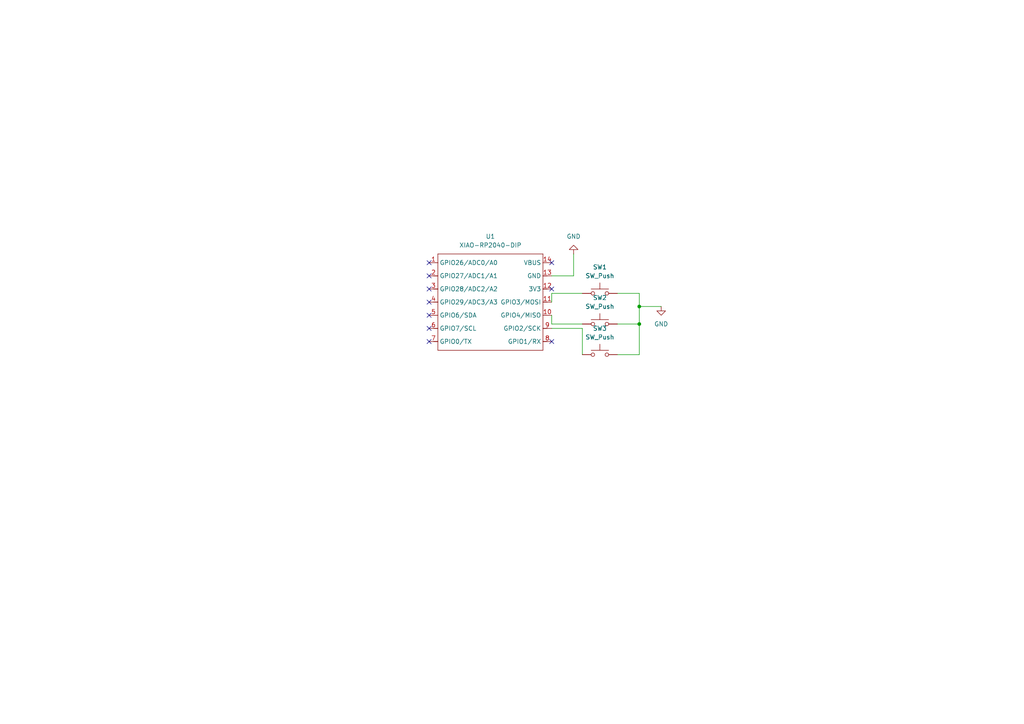
<source format=kicad_sch>
(kicad_sch (version 20231120) (generator "eeschema") (generator_version "8.0")
  (paper "A4")
  (lib_symbols
    (symbol "Seeed_Studio_XIAO_Series:XIAO-RP2040-DIP"
      (property "Reference" "U" (at 0 0 0))
      (property "Value" "XIAO-RP2040-DIP" (at 5.334 -1.778 0))
      (symbol "XIAO-RP2040-DIP_1_0"
        (polyline (pts (xy -1.27 -30.48) (xy -1.27 -16.51)) (stroke (width 0.1524)))
        (polyline (pts (xy -1.27 -27.94) (xy -2.54 -27.94)) (stroke (width 0.1524)))
        (polyline (pts (xy -1.27 -24.13) (xy -2.54 -24.13)) (stroke (width 0.1524)))
        (polyline (pts (xy -1.27 -20.32) (xy -2.54 -20.32)) (stroke (width 0.1524)))
        (polyline (pts (xy -1.27 -16.51) (xy -2.54 -16.51)) (stroke (width 0.1524)))
        (polyline (pts (xy -1.27 -16.51) (xy -1.27 -12.7)) (stroke (width 0.1524)))
        (polyline (pts (xy -1.27 -12.7) (xy -2.54 -12.7)) (stroke (width 0.1524)))
        (polyline (pts (xy -1.27 -12.7) (xy -1.27 -8.89)) (stroke (width 0.1524)))
        (polyline (pts (xy -1.27 -8.89) (xy -2.54 -8.89)) (stroke (width 0.1524)))
        (polyline (pts (xy -1.27 -8.89) (xy -1.27 -5.08)) (stroke (width 0.1524)))
        (polyline (pts (xy -1.27 -5.08) (xy -2.54 -5.08)) (stroke (width 0.1524)))
        (polyline (pts (xy -1.27 -5.08) (xy -1.27 -2.54)) (stroke (width 0.1524)))
        (polyline (pts (xy -1.27 -2.54) (xy 29.21 -2.54)) (stroke (width 0.1524)))
        (polyline (pts (xy 29.21 -30.48) (xy -1.27 -30.48)) (stroke (width 0.1524)))
        (polyline (pts (xy 29.21 -12.7) (xy 29.21 -30.48)) (stroke (width 0.1524)))
        (polyline (pts (xy 29.21 -8.89) (xy 29.21 -12.7)) (stroke (width 0.1524)))
        (polyline (pts (xy 29.21 -5.08) (xy 29.21 -8.89)) (stroke (width 0.1524)))
        (polyline (pts (xy 29.21 -2.54) (xy 29.21 -5.08)) (stroke (width 0.1524)))
        (polyline (pts (xy 30.48 -27.94) (xy 29.21 -27.94)) (stroke (width 0.1524)))
        (polyline (pts (xy 30.48 -24.13) (xy 29.21 -24.13)) (stroke (width 0.1524)))
        (polyline (pts (xy 30.48 -20.32) (xy 29.21 -20.32)) (stroke (width 0.1524)))
        (polyline (pts (xy 30.48 -16.51) (xy 29.21 -16.51)) (stroke (width 0.1524)))
        (polyline (pts (xy 30.48 -12.7) (xy 29.21 -12.7)) (stroke (width 0.1524)))
        (polyline (pts (xy 30.48 -8.89) (xy 29.21 -8.89)) (stroke (width 0.1524)))
        (polyline (pts (xy 30.48 -5.08) (xy 29.21 -5.08)) (stroke (width 0.1524)))
        (pin passive line (at -3.81 -5.08 0) (length 2.54) (name "GPIO26/ADC0/A0") (number "1"))
        (pin passive line (at 31.75 -20.32 180) (length 2.54) (name "GPIO4/MISO") (number "10"))
        (pin passive line (at 31.75 -16.51 180) (length 2.54) (name "GPIO3/MOSI") (number "11"))
        (pin passive line (at 31.75 -12.7 180) (length 2.54) (name "3V3") (number "12"))
        (pin passive line (at 31.75 -8.89 180) (length 2.54) (name "GND") (number "13"))
        (pin passive line (at 31.75 -5.08 180) (length 2.54) (name "VBUS") (number "14"))
        (pin passive line (at -3.81 -8.89 0) (length 2.54) (name "GPIO27/ADC1/A1") (number "2"))
        (pin passive line (at -3.81 -12.7 0) (length 2.54) (name "GPIO28/ADC2/A2") (number "3"))
        (pin passive line (at -3.81 -16.51 0) (length 2.54) (name "GPIO29/ADC3/A3") (number "4"))
        (pin passive line (at -3.81 -20.32 0) (length 2.54) (name "GPIO6/SDA") (number "5"))
        (pin passive line (at -3.81 -24.13 0) (length 2.54) (name "GPIO7/SCL") (number "6"))
        (pin passive line (at -3.81 -27.94 0) (length 2.54) (name "GPIO0/TX") (number "7"))
        (pin passive line (at 31.75 -27.94 180) (length 2.54) (name "GPIO1/RX") (number "8"))
        (pin passive line (at 31.75 -24.13 180) (length 2.54) (name "GPIO2/SCK") (number "9"))
      )
    )
    (symbol "Switch:SW_Push" (pin_numbers hide) (pin_names (offset 1.016) hide)
      (property "Reference" "SW" (at 1.27 2.54 0))
      (property "Value" "SW_Push" (at 0 -1.524 0))
      (symbol "SW_Push_0_1"
        (circle (center -2.032 0) (radius 0.508))
        (polyline (pts (xy 0 1.27) (xy 0 3.048)))
        (polyline (pts (xy 2.54 1.27) (xy -2.54 1.27)))
        (circle (center 2.032 0) (radius 0.508))
        (pin passive line (at -5.08 0 0) (length 2.54) (name "1") (number "1"))
        (pin passive line (at 5.08 0 180) (length 2.54) (name "2") (number "2"))
      )
    )
    (symbol "power:GND" (power) (pin_numbers hide) (pin_names (offset 0) hide)
      (property "Value" "GND" (at 0 -3.81 0))
      (symbol "GND_0_1"
        (polyline (pts (xy 0 0) (xy 0 -1.27) (xy 1.27 -1.27) (xy 0 -2.54) (xy -1.27 -1.27) (xy 0 -1.27)))
      )
      (symbol "GND_1_1"
        (pin power_in line (at 0 0 270) (length 0) (name "~") (number "1"))
      )
    )
  )
  (junction (at 185.42 93.98))
  (junction (at 185.42 88.9))
  (no_connect (at 124.46 80.01))
  (no_connect (at 160.02 76.2))
  (no_connect (at 124.46 76.2))
  (no_connect (at 124.46 87.63))
  (no_connect (at 160.02 83.82))
  (no_connect (at 124.46 99.06))
  (no_connect (at 124.46 95.25))
  (no_connect (at 160.02 99.06))
  (no_connect (at 124.46 91.44))
  (no_connect (at 124.46 83.82))
  (wire (pts (xy 166.37 73.66) (xy 166.37 80.01)))
  (wire (pts (xy 168.91 102.87) (xy 168.91 95.25)))
  (wire (pts (xy 185.42 88.9) (xy 191.77 88.9)))
  (wire (pts (xy 168.91 93.98) (xy 160.02 93.98)))
  (wire (pts (xy 179.07 93.98) (xy 185.42 93.98)))
  (wire (pts (xy 185.42 85.09) (xy 185.42 88.9)))
  (wire (pts (xy 160.02 85.09) (xy 160.02 87.63)))
  (wire (pts (xy 185.42 93.98) (xy 185.42 88.9)))
  (wire (pts (xy 179.07 85.09) (xy 185.42 85.09)))
  (wire (pts (xy 160.02 93.98) (xy 160.02 91.44)))
  (wire (pts (xy 168.91 85.09) (xy 160.02 85.09)))
  (wire (pts (xy 160.02 95.25) (xy 168.91 95.25)))
  (wire (pts (xy 160.02 80.01) (xy 166.37 80.01)))
  (wire (pts (xy 179.07 102.87) (xy 185.42 102.87)))
  (wire (pts (xy 185.42 102.87) (xy 185.42 93.98)))
  (symbol (lib_id "power:GND") (at 191.77 88.9 0) (unit 1)
    (property "Reference" "#PWR01" (effects (hide yes)))
    (property "Value" "GND" (at 191.77 93.98 0))
    (property "Description" "Power symbol creates a global label with name \"GND\" , ground" (effects (hide yes)))
  )
  (symbol (lib_id "Seeed_Studio_XIAO_Series:XIAO-RP2040-DIP") (at 128.27 71.12 0) (unit 1)
    (property "Reference" "U1" (at 142.24 68.58 0))
    (property "Value" "XIAO-RP2040-DIP" (at 142.24 71.12 0))
    (property "Footprint" "Seeed Studio XIAO Series Library:XIAO-RP2040-DIP" (effects (hide yes)))
  )
  (symbol (lib_id "Switch:SW_Push") (at 173.99 102.87 0) (unit 1)
    (property "Reference" "SW3" (at 173.99 95.25 0))
    (property "Value" "SW_Push" (at 173.99 97.79 0))
    (property "Footprint" "Button_Switch_Keyboard:SW_Cherry_MX_1.00u_PCB" (effects (hide yes)))
    (property "Description" "Push button switch, generic, two pins" (effects (hide yes)))
  )
  (symbol (lib_id "Switch:SW_Push") (at 173.99 93.98 0) (unit 1)
    (property "Reference" "SW2" (at 173.99 86.36 0))
    (property "Value" "SW_Push" (at 173.99 88.9 0))
    (property "Footprint" "Button_Switch_Keyboard:SW_Cherry_MX_1.00u_PCB" (effects (hide yes)))
    (property "Description" "Push button switch, generic, two pins" (effects (hide yes)))
  )
  (symbol (lib_id "Switch:SW_Push") (at 173.99 85.09 0) (unit 1)
    (property "Reference" "SW1" (at 173.99 77.47 0))
    (property "Value" "SW_Push" (at 173.99 80.01 0))
    (property "Footprint" "Button_Switch_Keyboard:SW_Cherry_MX_1.00u_PCB" (effects (hide yes)))
    (property "Description" "Push button switch, generic, two pins" (effects (hide yes)))
  )
  (symbol (lib_id "power:GND") (at 166.37 73.66 180) (unit 1)
    (property "Reference" "#PWR02" (effects (hide yes)))
    (property "Value" "GND" (at 166.37 68.58 0))
    (property "Description" "Power symbol creates a global label with name \"GND\" , ground" (effects (hide yes)))
  )
)
</source>
